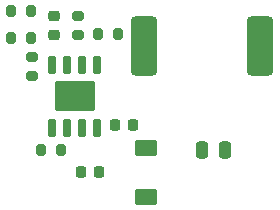
<source format=gtp>
G04 #@! TF.GenerationSoftware,KiCad,Pcbnew,9.0.1-9.0.1-0~ubuntu24.04.1*
G04 #@! TF.CreationDate,2025-05-08T14:48:16+02:00*
G04 #@! TF.ProjectId,MP1584-5V,4d503135-3834-42d3-9556-2e6b69636164,rev?*
G04 #@! TF.SameCoordinates,Original*
G04 #@! TF.FileFunction,Paste,Top*
G04 #@! TF.FilePolarity,Positive*
%FSLAX46Y46*%
G04 Gerber Fmt 4.6, Leading zero omitted, Abs format (unit mm)*
G04 Created by KiCad (PCBNEW 9.0.1-9.0.1-0~ubuntu24.04.1) date 2025-05-08 14:48:16*
%MOMM*%
%LPD*%
G01*
G04 APERTURE LIST*
G04 Aperture macros list*
%AMRoundRect*
0 Rectangle with rounded corners*
0 $1 Rounding radius*
0 $2 $3 $4 $5 $6 $7 $8 $9 X,Y pos of 4 corners*
0 Add a 4 corners polygon primitive as box body*
4,1,4,$2,$3,$4,$5,$6,$7,$8,$9,$2,$3,0*
0 Add four circle primitives for the rounded corners*
1,1,$1+$1,$2,$3*
1,1,$1+$1,$4,$5*
1,1,$1+$1,$6,$7*
1,1,$1+$1,$8,$9*
0 Add four rect primitives between the rounded corners*
20,1,$1+$1,$2,$3,$4,$5,0*
20,1,$1+$1,$4,$5,$6,$7,0*
20,1,$1+$1,$6,$7,$8,$9,0*
20,1,$1+$1,$8,$9,$2,$3,0*%
G04 Aperture macros list end*
%ADD10RoundRect,0.201000X-0.749000X-0.469000X0.749000X-0.469000X0.749000X0.469000X-0.749000X0.469000X0*%
%ADD11RoundRect,0.200000X0.200000X0.275000X-0.200000X0.275000X-0.200000X-0.275000X0.200000X-0.275000X0*%
%ADD12RoundRect,0.225000X-0.225000X-0.250000X0.225000X-0.250000X0.225000X0.250000X-0.225000X0.250000X0*%
%ADD13RoundRect,0.200000X0.275000X-0.200000X0.275000X0.200000X-0.275000X0.200000X-0.275000X-0.200000X0*%
%ADD14RoundRect,0.200000X-0.200000X-0.275000X0.200000X-0.275000X0.200000X0.275000X-0.200000X0.275000X0*%
%ADD15RoundRect,0.330000X0.770000X-2.170000X0.770000X2.170000X-0.770000X2.170000X-0.770000X-2.170000X0*%
%ADD16RoundRect,0.225000X0.250000X-0.225000X0.250000X0.225000X-0.250000X0.225000X-0.250000X-0.225000X0*%
%ADD17RoundRect,0.250000X0.250000X0.475000X-0.250000X0.475000X-0.250000X-0.475000X0.250000X-0.475000X0*%
%ADD18RoundRect,0.152500X-0.152500X0.647500X-0.152500X-0.647500X0.152500X-0.647500X0.152500X0.647500X0*%
%ADD19RoundRect,0.250000X-1.475000X-1.030000X1.475000X-1.030000X1.475000X1.030000X-1.475000X1.030000X0*%
G04 APERTURE END LIST*
D10*
X166760000Y-96010000D03*
X166760000Y-100170000D03*
D11*
X156975000Y-84390000D03*
X155325000Y-84390000D03*
X159515000Y-96220000D03*
X157865000Y-96220000D03*
X164315000Y-86380000D03*
X162665000Y-86380000D03*
D12*
X161215000Y-98030000D03*
X162765000Y-98030000D03*
D13*
X160970000Y-86465000D03*
X160970000Y-84815000D03*
D14*
X155325000Y-86710000D03*
X156975000Y-86710000D03*
D15*
X166590000Y-87340000D03*
X176390000Y-87340000D03*
D16*
X158950000Y-86425000D03*
X158950000Y-84875000D03*
D12*
X164065000Y-94050000D03*
X165615000Y-94050000D03*
D17*
X173400000Y-96190000D03*
X171500000Y-96190000D03*
D18*
X162590000Y-88950000D03*
X161320000Y-88950000D03*
X160050000Y-88950000D03*
X158780000Y-88950000D03*
X158780000Y-94350000D03*
X160050000Y-94350000D03*
X161320000Y-94350000D03*
X162590000Y-94350000D03*
D19*
X160685000Y-91650000D03*
D13*
X157040000Y-89925000D03*
X157040000Y-88275000D03*
M02*

</source>
